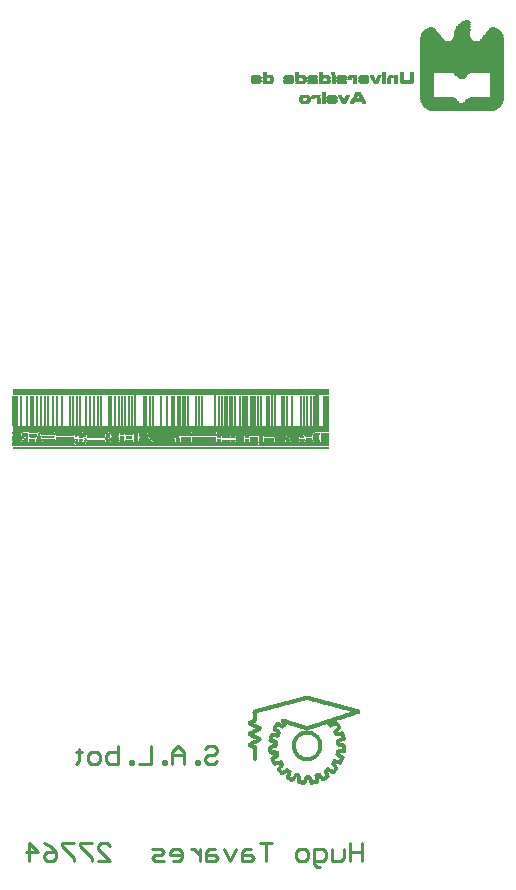
<source format=gbo>
%FSLAX23Y23*%
%MOMM*%
%SFA1B1*%

%IPPOS*%
%ADD10C,0.253999*%
%ADD34R,0.304799X0.025400*%
%ADD35R,0.431799X0.025400*%
%ADD36R,0.634999X0.025400*%
%ADD37R,0.838198X0.025400*%
%ADD38R,1.066798X0.025400*%
%ADD39R,1.168398X0.025400*%
%ADD40R,1.371597X0.025400*%
%ADD41R,1.574797X0.025400*%
%ADD42R,1.777996X0.025400*%
%ADD43R,1.930396X0.025400*%
%ADD44R,2.158996X0.025400*%
%ADD45R,2.336795X0.025400*%
%ADD46R,1.117598X0.025400*%
%ADD47R,1.193798X0.025400*%
%ADD48R,1.142998X0.025400*%
%ADD49R,1.219198X0.025400*%
%ADD50R,1.092198X0.025400*%
%ADD51R,0.990598X0.025400*%
%ADD52R,1.041398X0.025400*%
%ADD53R,0.914398X0.025400*%
%ADD54R,0.787398X0.025400*%
%ADD55R,0.863598X0.025400*%
%ADD56R,0.736599X0.025400*%
%ADD57R,0.660399X0.025400*%
%ADD58R,0.609599X0.025400*%
%ADD59R,0.761998X0.025400*%
%ADD60R,0.558799X0.025400*%
%ADD61R,0.888998X0.025400*%
%ADD62R,0.355599X0.025400*%
%ADD63R,0.939798X0.025400*%
%ADD64R,0.279399X0.025400*%
%ADD65R,0.965198X0.025400*%
%ADD66R,0.076200X0.025400*%
%ADD67R,0.203200X0.025400*%
%ADD68R,0.330199X0.025400*%
%ADD69R,0.482599X0.025400*%
%ADD70R,0.380999X0.025400*%
%ADD71R,0.685799X0.025400*%
%ADD72R,0.050800X0.025400*%
%ADD73R,0.533399X0.025400*%
%ADD74R,0.177800X0.025400*%
%ADD75R,0.812798X0.025400*%
%ADD76R,0.584199X0.025400*%
%ADD77R,0.253999X0.025400*%
%ADD78R,0.457199X0.025400*%
%ADD79R,1.015998X0.025400*%
%ADD80R,0.152400X0.025400*%
%ADD81R,1.879596X0.025400*%
%ADD82R,1.269997X0.025400*%
%ADD83R,0.406399X0.025400*%
%ADD84R,0.507999X0.025400*%
%ADD85R,1.828796X0.025400*%
%ADD86R,1.650997X0.025400*%
%ADD87R,1.523997X0.025400*%
%ADD88R,1.346197X0.025400*%
%ADD89R,0.101600X0.025400*%
%ADD90R,0.711199X0.025400*%
%ADD91R,1.422397X0.025400*%
%ADD92R,1.498597X0.025400*%
%ADD93R,1.625597X0.025400*%
%ADD94R,0.228600X0.025400*%
%ADD95R,0.127000X0.025400*%
%ADD96R,1.473197X0.025400*%
%ADD97R,1.320797X0.025400*%
%ADD98R,1.244598X0.025400*%
%ADD100R,26.796946X0.228600*%
%ADD101R,5.587989X0.025400*%
%ADD102R,15.138370X0.025400*%
%ADD103R,5.664189X0.025400*%
%ADD104R,5.511789X0.025400*%
%ADD105R,14.985970X0.025400*%
%ADD106R,5.435589X0.025400*%
%ADD107R,14.808170X0.025400*%
%ADD108R,5.562589X0.025400*%
%ADD109R,5.384789X0.025400*%
%ADD110R,14.757370X0.025400*%
%ADD111R,5.333989X0.025400*%
%ADD112R,14.681171X0.025400*%
%ADD113R,5.511789X0.050800*%
%ADD114R,5.308589X0.025400*%
%ADD115R,14.655771X0.025400*%
%ADD116R,5.257789X0.025400*%
%ADD117R,14.604971X0.025400*%
%ADD118R,5.232390X0.025400*%
%ADD119R,14.579571X0.025400*%
%ADD120R,5.486389X0.076200*%
%ADD121R,14.554171X0.025400*%
%ADD122R,5.206990X0.050800*%
%ADD123R,14.528771X0.025400*%
%ADD124R,5.943588X0.050800*%
%ADD125R,6.197588X0.025400*%
%ADD126R,6.984986X0.025400*%
%ADD127R,2.057396X0.025400*%
%ADD128R,2.463795X0.025400*%
%ADD129R,2.209796X0.025400*%
%ADD130R,1.752596X0.025400*%
%ADD131R,2.031996X0.025400*%
%ADD132R,0.660399X0.050800*%
%ADD133R,0.634999X0.050800*%
%ADD134R,0.457199X0.050800*%
%ADD135R,1.701797X0.025400*%
%ADD136R,0.533399X0.050800*%
%ADD137R,0.406399X0.050800*%
%ADD138R,1.777996X0.050800*%
%ADD139R,0.025400X0.025400*%
%ADD140R,0.482599X0.050800*%
%ADD141R,1.727197X0.050800*%
%ADD142R,0.711199X0.050800*%
%ADD143R,1.676397X0.025400*%
%ADD144R,1.600197X0.050800*%
%ADD145R,0.761998X0.050800*%
%ADD146R,0.685799X0.050800*%
%ADD147R,0.914398X0.050800*%
%ADD148R,0.431799X0.076200*%
%ADD149R,0.965198X0.050800*%
%ADD150R,1.117598X0.050800*%
%ADD151R,1.803396X0.076200*%
%ADD152R,0.736599X0.050800*%
%ADD153R,0.203200X0.050800*%
%ADD154R,0.888998X0.050800*%
%ADD155R,0.609599X0.050800*%
%ADD156R,0.507999X0.050800*%
%ADD157R,1.854196X0.025400*%
%ADD158R,0.355599X0.050800*%
%ADD159R,1.549397X0.025400*%
%ADD160R,0.431799X0.050800*%
%ADD161R,0.990598X0.076200*%
%ADD162R,0.228600X0.050800*%
%ADD163R,0.177800X0.050800*%
%ADD164R,1.523997X0.076200*%
%ADD165R,0.660399X0.076200*%
%ADD166R,1.600197X0.076200*%
%ADD167R,1.904996X0.025400*%
%ADD168R,0.380999X0.076200*%
%ADD169R,0.888998X0.127000*%
%ADD170R,0.812798X0.050800*%
%ADD171R,0.253999X0.050800*%
%ADD172R,0.380999X0.050800*%
%ADD173R,0.355599X0.101600*%
%ADD174R,0.634999X0.101600*%
%ADD175R,0.863598X0.101600*%
%ADD176R,1.574797X0.050800*%
%ADD177R,1.092198X0.076200*%
%ADD178R,1.955796X0.025400*%
%ADD179R,1.396997X0.025400*%
%ADD180R,0.279399X0.050800*%
%ADD181R,1.498597X0.101600*%
%ADD182R,0.609599X0.101600*%
%ADD183R,2.006596X0.025400*%
%ADD184R,1.092198X0.101600*%
%ADD185R,0.533399X0.101600*%
%ADD186R,0.203200X0.127000*%
%ADD187R,1.041398X0.127000*%
%ADD188R,0.406399X0.101600*%
%ADD189R,0.558799X0.127000*%
%ADD190R,2.082796X0.025400*%
%ADD191R,0.838198X0.127000*%
%ADD192R,0.355599X0.076200*%
%ADD193R,1.066798X0.050800*%
%ADD194R,0.279399X0.101600*%
%ADD195R,1.473197X0.101600*%
%ADD196R,2.108196X0.025400*%
%ADD197R,0.406399X0.228600*%
%ADD198R,0.584199X0.101600*%
%ADD199R,0.355599X0.431799*%
%ADD200R,0.431799X0.177800*%
%ADD201R,0.558799X0.050800*%
%ADD202R,2.133596X0.025400*%
%ADD203R,0.634999X0.076200*%
%ADD204R,1.295397X0.025400*%
%ADD205R,0.406399X0.076200*%
%ADD206R,0.507999X0.127000*%
%ADD207R,0.304799X0.050800*%
%ADD208R,1.092198X0.050800*%
%ADD209R,0.203200X0.101600*%
%ADD210R,0.584199X0.050800*%
%ADD211R,1.498597X0.076200*%
%ADD212R,0.330199X0.050800*%
%ADD213R,0.330199X0.076200*%
%ADD214R,1.320797X0.050800*%
%ADD215R,0.253999X0.101600*%
%ADD216R,2.235196X0.025400*%
%ADD217R,0.533399X0.076200*%
%ADD218R,0.584199X0.152400*%
%ADD219R,0.609599X0.203200*%
%ADD220R,2.260595X0.025400*%
%ADD221R,0.685799X0.076200*%
%ADD222R,1.549397X0.228600*%
%ADD223R,2.285995X0.025400*%
%ADD224R,0.939798X0.050800*%
%ADD225R,0.406399X0.304799*%
%ADD226R,2.311395X0.025400*%
%ADD227R,2.057396X0.584199*%
%ADD228R,1.142998X0.101600*%
%ADD229R,0.863598X0.634999*%
%ADD230R,0.660399X0.634999*%
%ADD231R,0.152400X0.050800*%
%ADD232R,1.574797X0.076200*%
%ADD233R,1.600197X0.025400*%
%ADD234R,0.609599X0.076200*%
%ADD235R,2.438395X0.025400*%
%ADD236R,3.225794X0.025400*%
%ADD237R,1.168398X0.050800*%
%ADD238R,0.406399X0.152400*%
%ADD239R,5.359389X0.025400*%
%ADD240R,0.558799X0.152400*%
%ADD241R,8.051784X0.050800*%
%ADD242R,0.711199X0.127000*%
%ADD243R,1.193798X0.050800*%
%ADD244R,5.333989X0.050800*%
%ADD245R,0.507999X0.177800*%
%ADD246R,8.077184X0.050800*%
%ADD247R,0.101600X0.076200*%
%ADD248R,1.650997X0.050800*%
%ADD249R,8.102584X0.025400*%
%ADD250R,0.736599X0.076200*%
%ADD251R,8.127984X0.025400*%
%ADD252R,0.711199X0.101600*%
%ADD253R,0.050800X0.050800*%
%ADD254R,1.219198X0.050800*%
%ADD255R,1.727197X0.025400*%
%ADD256R,8.153384X0.025400*%
%ADD257R,3.276593X0.025400*%
%ADD258R,1.244598X0.050800*%
%ADD259R,3.327393X0.025400*%
%ADD260R,2.031996X0.050800*%
%ADD261R,3.378193X0.025400*%
%ADD262R,4.851390X0.076200*%
%ADD263R,3.403593X0.025400*%
%ADD264R,0.711199X0.914398*%
%ADD265R,26.796946X0.558799*%
%ADD266R,0.101600X0.050800*%
%ADD267R,0.355599X2.565395*%
%ADD268R,0.203200X2.565395*%
%ADD269R,0.127000X2.565395*%
%ADD270R,0.279399X2.565395*%
%ADD271R,0.127000X2.514595*%
%ADD272R,0.380999X2.565395*%
%ADD273R,0.203200X2.514595*%
%ADD274R,0.380999X2.514595*%
%ADD275R,0.482599X2.590795*%
%ADD276R,0.127000X2.590795*%
%ADD277R,0.101600X2.590795*%
%ADD278R,0.279399X2.590795*%
%ADD279R,0.253999X2.590795*%
%ADD280R,0.203200X2.590795*%
%ADD281R,0.177800X2.590795*%
%ADD282R,0.228600X2.590795*%
%ADD283R,0.355599X2.590795*%
%ADD284R,0.380999X2.590795*%
%ADD285R,26.796946X0.507999*%
%ADD286R,5.740389X0.025400*%
%ADD287R,5.841988X0.025400*%
%ADD288R,5.943588X0.025400*%
%ADD289R,6.019788X0.025400*%
%ADD290R,6.121388X0.025400*%
%ADD291R,6.172188X0.025400*%
%ADD292R,6.248388X0.025400*%
%ADD293R,6.299187X0.025400*%
%ADD294R,6.375387X0.025400*%
%ADD295R,6.426187X0.025400*%
%ADD296R,6.476987X0.025400*%
%ADD297R,6.502387X0.025400*%
%ADD298R,6.553187X0.025400*%
%ADD299R,6.603987X0.025400*%
%ADD300R,6.654787X0.025400*%
%ADD301R,6.680187X0.025400*%
%ADD302R,6.705587X0.025400*%
%ADD303R,6.756386X0.025400*%
%ADD304R,6.781786X0.025400*%
%ADD305R,6.807186X0.025400*%
%ADD306R,6.832586X0.025400*%
%ADD307R,3.352793X0.025400*%
%ADD308R,3.200394X0.025400*%
%ADD309R,3.301993X0.025400*%
%ADD310R,3.174994X0.025400*%
%ADD311R,3.149594X0.025400*%
%ADD312R,3.124194X0.025400*%
%ADD313R,3.251193X0.025400*%
%ADD314R,3.098794X0.025400*%
%ADD315R,3.073394X0.025400*%
%ADD316R,3.047994X0.025400*%
%ADD317R,3.022594X0.025400*%
%ADD318R,2.997194X0.025400*%
%ADD319R,2.946394X0.025400*%
%ADD320R,2.920994X0.025400*%
%ADD321R,2.870194X0.025400*%
%ADD322R,2.971794X0.025400*%
%ADD323R,2.819394X0.025400*%
%ADD324R,2.717795X0.025400*%
%ADD325R,7.061186X0.025400*%
%ADD326R,2.184396X0.025400*%
%ADD327R,1.981196X0.025400*%
%ADD328R,1.803396X0.025400*%
%ADD329R,1.447797X0.025400*%
G54D10*
X1565Y1749D02*
Y3273D01*
X2326Y2511*
X1311*
X2834Y2257D02*
X3088Y2511D01*
X3850*
Y2003*
X3596Y1749*
X3088*
X2834Y2003*
Y2257*
Y3273D02*
X3342Y3019D01*
X3850Y2511*
X4358Y3019D02*
X5373Y2003D01*
Y1749*
Y3273D02*
X4358D01*
Y3019*
X5881D02*
X6897Y2003D01*
Y1749*
Y3273D02*
X5881D01*
Y3019*
X7405D02*
X7659Y3273D01*
X8166*
X8420Y3019*
X7405D02*
Y2765D01*
X8420Y1749*
X7405*
X12229D02*
X11975Y2003D01*
X12229Y2257*
X12737*
X12991Y2511*
X12737Y2765*
X11975*
X12229Y1749D02*
X12991D01*
X13499Y2257D02*
X14514D01*
Y2003D02*
Y2511D01*
X14260Y2765*
X13753*
X13499Y2511*
Y2257*
X13753Y1749D02*
X14260D01*
X14514Y2003*
X15276Y2765D02*
X15530D01*
X15784Y2511*
X16038Y2257*
Y1749*
Y2765*
X16800D02*
X16546Y2511D01*
Y1749*
X17307*
X17561Y2003*
X17307Y2257*
X16546*
X16800Y2765D02*
X17307D01*
X18069D02*
X18577Y1749D01*
X19085Y2765*
X19847D02*
X19593Y2511D01*
Y1749*
X20354*
X20608Y2003*
X20354Y2257*
X19593*
X19847Y2765D02*
X20354D01*
X21116Y3273D02*
X21624D01*
Y1749*
X22132Y3273D02*
X21116D01*
X25687Y1496D02*
Y2765D01*
X26449*
X26702Y2511*
Y2003*
X26449Y1749*
X25687*
X24925D02*
X24417D01*
X24163Y2003*
Y2511*
X24417Y2765*
X24925*
X25179Y2511*
Y2003*
X24925Y1749*
X25687Y1496D02*
X25941Y1242D01*
X26195*
X27210Y1749D02*
Y2765D01*
X28226D02*
Y2003D01*
X27972Y1749*
X27210*
X28734D02*
Y3273D01*
Y2511*
X29749*
Y1749*
Y3273*
X17499Y11269D02*
Y11015D01*
X17246Y10761*
X16738*
X16484Y10507*
Y10253*
X16738Y9999*
X17246*
X17499Y10253*
Y11269D02*
X17246Y11523D01*
X16738*
X16484Y11269*
X14199Y11523D02*
X13691Y11015D01*
Y9999*
Y10761*
X14706*
Y11015D02*
X14199Y11523D01*
X14706Y11015D02*
Y9999D01*
X15722D02*
X15976D01*
Y10253*
X15722*
Y9999*
X11913Y11523D02*
Y9999D01*
X10898*
X12929D02*
X13183D01*
Y10253*
X12929*
Y9999*
X9120Y11523D02*
Y9999D01*
X8358*
X8104Y10253*
Y10507*
Y10761*
X8358Y11015*
X9120*
X10136Y10253D02*
Y9999D01*
X10390*
Y10253*
X10136*
X7597D02*
X7343Y9999D01*
X6835*
X6581Y10253*
Y10761*
X6835Y11015*
X7343*
X7597Y10761*
Y10253*
X5819Y11269D02*
Y11015D01*
X6073*
X5565*
X5819*
Y10253*
X5565Y9999*
G54D34*
X17681Y37663D03*
X18824Y37689D03*
Y37257D03*
X20018Y37663D03*
X21212Y37689D03*
Y37282D03*
Y37003D03*
X23523Y37257D03*
X23549Y37663D03*
X24717Y37689D03*
Y37257D03*
X10620Y37282D03*
X10646Y37917D03*
X9452Y37282D03*
X8283Y37612D03*
X5947Y37663D03*
X5997Y37308D03*
X5870Y36952D03*
X1324Y37511D03*
X25101Y15678D03*
X25126Y12833D03*
X24085Y11919D03*
X24060Y11868D03*
Y11842D03*
X24034Y11817D03*
Y11792D03*
Y11766D03*
Y11741D03*
X24009Y11665D03*
Y11639D03*
Y11614D03*
X23983Y11538D03*
Y11512D03*
Y11487D03*
Y11461D03*
X24009Y11411D03*
Y11385D03*
Y11360D03*
Y11334D03*
Y11309D03*
Y11284D03*
Y11258D03*
X24034Y11207D03*
X26219D03*
Y11233D03*
Y11258D03*
X26193Y11182D03*
X26244Y11360D03*
Y11385D03*
Y11411D03*
Y11436D03*
Y11461D03*
Y11487D03*
Y11512D03*
Y11538D03*
Y11563D03*
Y11588D03*
Y11614D03*
X26219Y11665D03*
Y11690D03*
Y11715D03*
Y11741D03*
X26193Y11792D03*
Y11817D03*
Y11842D03*
X26168Y11893D03*
X26193Y11157D03*
Y11131D03*
Y11106D03*
X26168Y11080D03*
X26092Y9125D03*
X25914Y8845D03*
X25380Y8667D03*
Y8642D03*
X25406Y8617D03*
Y8591D03*
Y8566D03*
X24974D03*
Y8540D03*
X24999Y8617D03*
Y8642D03*
Y8667D03*
X24441D03*
Y8693D03*
Y8718D03*
Y8744D03*
Y8769D03*
Y8794D03*
Y8642D03*
Y8617D03*
Y8591D03*
Y8566D03*
X23856Y8515D03*
X23501Y8871D03*
X23526Y8921D03*
Y8972D03*
X23552Y8998D03*
Y9023D03*
X23577Y9099D03*
X23602Y9175D03*
X24060Y11106D03*
Y11131D03*
X24034Y11157D03*
X27692Y10826D03*
X28047Y10369D03*
Y10344D03*
X26701Y9277D03*
X26727Y9226D03*
X26752Y9175D03*
X26777Y9099D03*
Y9074D03*
X26803Y9048D03*
Y9023D03*
X27743Y11766D03*
X28200Y12173D03*
Y12198D03*
X28174Y12223D03*
Y12249D03*
Y12274D03*
Y12300D03*
X28149Y12325D03*
Y12350D03*
X23196Y13316D03*
Y13341D03*
X23120Y13697D03*
X20656D03*
Y11284D03*
X22053Y12046D03*
Y12071D03*
Y12096D03*
Y12122D03*
X22078Y12173D03*
Y12198D03*
Y12223D03*
X22485Y11665D03*
Y11639D03*
Y11614D03*
X22586Y10750D03*
Y10725D03*
X23018Y9074D03*
X33133Y67933D03*
Y67958D03*
Y67984D03*
Y68009D03*
Y68034D03*
Y68060D03*
Y68085D03*
Y68111D03*
Y68136D03*
Y68161D03*
Y68187D03*
Y68212D03*
Y68238D03*
Y68263D03*
Y68288D03*
Y68314D03*
Y68339D03*
Y68365D03*
Y68390D03*
Y68415D03*
Y68441D03*
Y68466D03*
Y68492D03*
X34022D03*
Y68466D03*
Y68441D03*
Y68415D03*
Y68390D03*
Y68365D03*
Y68339D03*
Y68314D03*
Y68288D03*
Y68263D03*
Y68238D03*
Y68212D03*
Y68187D03*
Y68161D03*
Y68136D03*
Y68111D03*
Y68085D03*
Y68060D03*
Y68034D03*
Y68009D03*
Y67984D03*
Y67958D03*
Y67933D03*
Y67907D03*
X32651Y67933D03*
Y67958D03*
X32041D03*
X31609Y68314D03*
Y68339D03*
Y68365D03*
Y68390D03*
Y68415D03*
Y68441D03*
Y68466D03*
X31254Y68212D03*
X31203Y68111D03*
X31178Y68034D03*
X31152Y68009D03*
Y67984D03*
X31127Y67933D03*
X31101Y67907D03*
Y67882D03*
X31076Y67857D03*
Y67831D03*
X30746Y67857D03*
X30720Y67882D03*
Y67907D03*
X30695Y67958D03*
X30670Y68009D03*
X30644Y68060D03*
X30593Y68187D03*
X30212Y68034D03*
X29628D03*
X29196Y67958D03*
Y67933D03*
Y67907D03*
X28714Y67933D03*
Y67958D03*
Y67984D03*
X27749Y67730D03*
X26936Y67780D03*
X27342Y68314D03*
Y68339D03*
Y68365D03*
Y68390D03*
Y68415D03*
Y68441D03*
Y68466D03*
Y68492D03*
X27901Y66510D03*
X27926Y66460D03*
X27952Y66409D03*
X27977Y66358D03*
Y66333D03*
X28003Y66307D03*
Y66282D03*
X28028Y66256D03*
Y66231D03*
X28053Y66206D03*
Y66180D03*
X28384D03*
Y66155D03*
X28409Y66206D03*
Y66231D03*
X28434Y66256D03*
X28460Y66307D03*
Y66333D03*
X28511Y66434D03*
X28536Y66485D03*
X28561Y66561D03*
X27520Y66079D03*
X26529Y66637D03*
Y66663D03*
Y66688D03*
Y66714D03*
Y66739D03*
Y66764D03*
Y66790D03*
Y66815D03*
X26098Y66307D03*
Y66282D03*
X25640Y66333D03*
X25234D03*
X25259Y66256D03*
Y66180D03*
Y66155D03*
X24599Y66129D03*
Y66307D03*
X24904Y67780D03*
Y67984D03*
X25310Y68034D03*
Y67806D03*
X25894Y68034D03*
X26301Y67984D03*
Y67958D03*
Y67933D03*
Y67907D03*
Y67882D03*
Y67857D03*
Y67831D03*
Y67806D03*
Y67577D03*
Y68212D03*
Y68238D03*
Y68263D03*
Y68288D03*
Y68314D03*
Y68339D03*
Y68365D03*
Y68390D03*
Y68415D03*
Y68441D03*
Y68466D03*
Y68492D03*
X24269Y67984D03*
Y67958D03*
Y67806D03*
X23837Y67755D03*
Y68034D03*
X23558Y68238D03*
X23253Y68034D03*
X22161Y67984D03*
Y67780D03*
X21526D03*
Y67984D03*
X21094Y68034D03*
Y67755D03*
X20510Y68034D03*
G54D35*
X11801Y37816D03*
X25949Y37943D03*
X25114Y15652D03*
Y12858D03*
X25876Y12300D03*
X25901Y12274D03*
X24352D03*
X24326Y10699D03*
X24352Y10674D03*
X24377Y10649D03*
X25901Y10674D03*
X23818Y8566D03*
X26790Y8871D03*
X28035Y10496D03*
X28187Y11411D03*
X27171Y13163D03*
X23158Y13671D03*
X22447Y12858D03*
X22472Y12833D03*
X22498Y12808D03*
X22548Y12757D03*
X22574Y12731D03*
X22599Y12706D03*
X20339Y12477D03*
X20593Y13620D03*
X20745Y14306D03*
X22269Y10395D03*
X22523Y10623D03*
X22802Y10166D03*
X22472Y9887D03*
X30911Y67628D03*
X29463Y66815D03*
X28219Y65977D03*
X25704Y67552D03*
X24688D03*
X21945D03*
G54D36*
X8830Y37562D03*
X8880Y37816D03*
X5909Y37917D03*
X24095Y37562D03*
X25213Y37739D03*
X25114Y15627D03*
X25647Y12427D03*
Y10522D03*
X26079Y8947D03*
X25190Y8769D03*
Y8744D03*
Y8718D03*
X24276Y8921D03*
X28086Y11461D03*
X27933Y11639D03*
Y11919D03*
X27959Y11944D03*
X27984Y11969D03*
X28009Y11995D03*
X20872Y11893D03*
X20821Y11868D03*
X20770Y11842D03*
X20643Y11766D03*
X20593Y11741D03*
X20491Y11690D03*
Y12350D03*
X20593Y12300D03*
X20567Y12655D03*
X20618Y12681D03*
X20669Y12706D03*
X20720Y12731D03*
X20770Y12757D03*
X20872Y12808D03*
X20923Y13036D03*
X20516Y12630D03*
X20872Y12147D03*
X29920Y68212D03*
X29463Y66612D03*
X27228Y66536D03*
X23545Y68212D03*
X20802D03*
G54D37*
X8880Y37181D03*
X5883Y37079D03*
X575Y37435D03*
X22396Y12427D03*
Y12401D03*
X22371Y12350D03*
X22294Y10928D03*
X23768Y8744D03*
X24707Y8515D03*
X25673D03*
X26562Y8794D03*
X27984Y11004D03*
X27857Y12427D03*
X25114Y15602D03*
Y12681D03*
X25289Y37181D03*
X24146Y37765D03*
X29920Y68085D03*
Y68111D03*
X35559Y72124D03*
X40919D03*
X28066Y67933D03*
X28041Y67907D03*
Y67628D03*
X27228Y66434D03*
X24917Y65952D03*
X25577Y67577D03*
Y67933D03*
X25602Y68111D03*
Y68136D03*
X23545Y68111D03*
Y68085D03*
X20802D03*
Y68111D03*
G54D38*
X10036Y37130D03*
X21113Y14484D03*
X23526Y13443D03*
X25126Y10318D03*
X27082Y9328D03*
X26600Y13417D03*
X29013Y14484D03*
X25101Y15576D03*
X38188Y68339D03*
X35546Y71997D03*
Y72022D03*
X38391Y72454D03*
X29450Y66231D03*
G54D39*
X21266Y14535D03*
X21850Y14687D03*
X22612Y14890D03*
X22688Y14916D03*
X22993Y14992D03*
X23374Y15094D03*
X23755Y15195D03*
X24136Y15297D03*
X25101Y15551D03*
X26066Y15297D03*
X26447Y15195D03*
X26523Y15170D03*
X26650Y15144D03*
X26828Y15094D03*
X26904Y15068D03*
X27031Y15043D03*
X27209Y14992D03*
X27285Y14967D03*
X27666Y14865D03*
X27793Y14840D03*
X27870Y14814D03*
X28047Y14763D03*
X28428Y14662D03*
X28809Y14560D03*
X25126Y10344D03*
X41185Y66434D03*
Y68466D03*
X38340Y72302D03*
Y72327D03*
X35546Y71946D03*
X35292Y68466D03*
Y68441D03*
Y66460D03*
Y66434D03*
X33591Y67704D03*
X29450Y66129D03*
G54D40*
X25126Y12554D03*
X25101Y15525D03*
X40931Y71819D03*
X38239Y71692D03*
Y71667D03*
Y71641D03*
Y71616D03*
Y71590D03*
Y71565D03*
X35546Y71819D03*
G54D41*
X7267Y37282D03*
X7217Y37765D03*
X4600Y37485D03*
X25101Y15500D03*
X25126Y12477D03*
X38239Y71336D03*
X35572Y71667D03*
G54D42*
X4702Y37181D03*
X7166Y37943D03*
X25076Y15475D03*
X40855Y71463D03*
X35623D03*
Y71489D03*
G54D43*
X12906Y37409D03*
X25101Y15449D03*
X40804Y71286D03*
Y71311D03*
X35673D03*
G54D44*
X12792Y37612D03*
X25114Y15424D03*
G54D45*
X12779Y37765D03*
X25101Y15398D03*
G54D46*
X18494Y37358D03*
X8639D03*
X8614Y37460D03*
X21164Y14509D03*
X25787Y15373D03*
X25990Y15322D03*
X27387Y14941D03*
X27489Y14916D03*
X27590Y14890D03*
X28149Y14738D03*
X28911Y14535D03*
X23247Y9277D03*
X33591Y67653D03*
X35546Y71971D03*
X38366Y72403D03*
X29450Y66180D03*
G54D47*
X3140Y37917D03*
X22977Y37536D03*
X23107Y15017D03*
X23260Y15068D03*
X22218Y14789D03*
X21964Y14713D03*
X21736Y14662D03*
X21634Y14636D03*
X21532Y14611D03*
X21456Y14586D03*
X23615Y13392D03*
X25088Y12985D03*
X25114Y12604D03*
X27095Y15017D03*
X28695Y14586D03*
X24403Y15373D03*
X24250Y15322D03*
X23641Y15170D03*
X23488Y15119D03*
X41173Y66409D03*
X40944Y71946D03*
X38328Y72276D03*
X33578Y67780D03*
Y67755D03*
Y67730D03*
X29463Y66104D03*
G54D48*
X23209Y9328D03*
X23234Y9302D03*
X23564Y13417D03*
X26562Y13392D03*
X26739Y15119D03*
X27959Y14789D03*
X28238Y14713D03*
X28340Y14687D03*
X28492Y14636D03*
X28619Y14611D03*
X26257Y15246D03*
X26155Y15271D03*
X25876Y15348D03*
X24326D03*
X24047Y15271D03*
X23945Y15246D03*
X23564Y15144D03*
X23183Y15043D03*
X22802Y14941D03*
X22523Y14865D03*
X22421Y14840D03*
X22142Y14763D03*
X22040Y14738D03*
X41198Y66460D03*
Y66485D03*
Y66510D03*
Y66536D03*
Y66561D03*
Y66587D03*
Y66612D03*
Y66637D03*
Y66663D03*
Y66688D03*
Y66714D03*
Y66739D03*
Y66764D03*
Y66790D03*
Y66815D03*
Y66841D03*
Y66866D03*
Y66891D03*
Y66917D03*
Y66942D03*
Y66968D03*
Y66993D03*
Y67018D03*
Y67044D03*
Y67069D03*
Y67095D03*
Y67120D03*
Y67145D03*
Y67171D03*
Y67196D03*
Y67222D03*
Y67247D03*
Y67272D03*
Y67298D03*
Y67323D03*
Y67349D03*
Y67374D03*
Y67399D03*
Y67425D03*
Y67450D03*
Y67476D03*
Y67501D03*
Y67526D03*
Y67552D03*
Y67577D03*
Y67603D03*
Y67628D03*
Y67653D03*
Y67679D03*
Y67704D03*
Y67730D03*
Y67755D03*
Y67780D03*
Y67806D03*
Y67831D03*
Y67857D03*
Y67882D03*
Y67907D03*
Y67933D03*
Y67958D03*
Y67984D03*
Y68009D03*
Y68034D03*
Y68060D03*
Y68085D03*
Y68111D03*
Y68136D03*
Y68161D03*
Y68187D03*
Y68212D03*
Y68238D03*
Y68263D03*
Y68288D03*
Y68314D03*
Y68339D03*
Y68365D03*
Y68390D03*
Y68415D03*
Y68441D03*
X40944Y71971D03*
X38353Y72352D03*
Y72378D03*
X35280Y68415D03*
Y68390D03*
Y68365D03*
Y68339D03*
Y68314D03*
Y68288D03*
Y68263D03*
Y68238D03*
Y68212D03*
Y68187D03*
Y68161D03*
Y68136D03*
Y68111D03*
Y68085D03*
Y68060D03*
Y68034D03*
Y68009D03*
Y67984D03*
Y67958D03*
Y67933D03*
Y67907D03*
Y67882D03*
Y67857D03*
Y67831D03*
Y67806D03*
Y67780D03*
Y67755D03*
Y67730D03*
Y67704D03*
Y67679D03*
Y67653D03*
Y67628D03*
Y67603D03*
Y67577D03*
Y67552D03*
Y67526D03*
Y67501D03*
Y67476D03*
Y67450D03*
Y67425D03*
Y67399D03*
Y67374D03*
Y67349D03*
Y67323D03*
Y67298D03*
Y67272D03*
Y67247D03*
Y67222D03*
Y67196D03*
Y67171D03*
Y67145D03*
Y67120D03*
Y67095D03*
Y67069D03*
Y67044D03*
Y67018D03*
Y66993D03*
Y66968D03*
Y66942D03*
Y66917D03*
Y66891D03*
Y66866D03*
Y66841D03*
Y66815D03*
Y66790D03*
Y66764D03*
Y66739D03*
Y66714D03*
Y66688D03*
Y66663D03*
Y66637D03*
Y66612D03*
Y66587D03*
Y66561D03*
Y66536D03*
Y66510D03*
Y66485D03*
X33578Y67679D03*
X38175Y68365D03*
X29463Y66155D03*
G54D49*
X3127Y37892D03*
X21367Y14560D03*
X22332Y14814D03*
X22891Y14967D03*
X23856Y15221D03*
X26346D03*
X38188Y68390D03*
X40957Y71921D03*
X38315Y72225D03*
Y72251D03*
X35546Y71921D03*
X35318Y66409D03*
X29450Y66079D03*
G54D50*
X18482Y37333D03*
X20590Y37790D03*
X22927Y37511D03*
X8652Y37333D03*
X28975Y14509D03*
X25114Y12630D03*
X27120Y9404D03*
X27095Y9379D03*
Y9353D03*
X23260Y9252D03*
X33578Y67628D03*
X40944Y71997D03*
X38379Y72429D03*
X29463Y66206D03*
G54D51*
X11370Y37358D03*
X11217Y38044D03*
X21834Y37181D03*
X22901Y37155D03*
X22876Y37765D03*
X24146Y37790D03*
X29102Y14459D03*
X28949Y14205D03*
X27781Y13824D03*
X27324Y13341D03*
X26689Y13468D03*
X24453Y13163D03*
X24149Y13265D03*
X23971Y13316D03*
X23895Y13341D03*
X22853Y13239D03*
X40944Y72048D03*
X38429Y72556D03*
X35559Y72048D03*
G54D52*
X18253Y37130D03*
X21809Y37155D03*
X24120Y37130D03*
X11395Y37308D03*
X8880Y37130D03*
X21075Y14459D03*
X23488Y13468D03*
X25114Y12960D03*
X27070Y9302D03*
X33578Y67603D03*
X40944Y72022D03*
X38404Y72479D03*
Y72505D03*
X29463Y66256D03*
G54D53*
X18266Y37155D03*
X21872Y37714D03*
X22838Y37663D03*
X11357Y37409D03*
X10036Y37155D03*
X8868D03*
X613Y37511D03*
X21012Y14433D03*
X25126Y12935D03*
X25939Y13214D03*
X25990Y13239D03*
X25126Y10293D03*
X27641Y10064D03*
X27616Y10014D03*
X27489Y13722D03*
X27235Y13646D03*
X28479Y14052D03*
X29140Y14433D03*
X22637Y10039D03*
X22663Y9988D03*
X22688Y9937D03*
X38188Y68238D03*
X40931Y72098D03*
X38467Y72606D03*
X32346Y68034D03*
X26606Y68111D03*
Y68136D03*
Y67653D03*
Y67628D03*
X24574Y67653D03*
Y67679D03*
Y67704D03*
Y68060D03*
Y68085D03*
Y68111D03*
X24929Y66409D03*
Y66383D03*
Y66028D03*
Y66002D03*
X21830Y67653D03*
Y67679D03*
Y67704D03*
Y68060D03*
Y68085D03*
Y68111D03*
G54D54*
X19345Y37155D03*
X24120Y37181D03*
X11319Y37511D03*
X11192Y37993D03*
X10049Y37968D03*
X5883Y37054D03*
X549Y37358D03*
Y37638D03*
Y37993D03*
X22447Y12503D03*
X22345Y12274D03*
X22320Y12249D03*
X22269Y11004D03*
X22320Y10852D03*
X23768Y8718D03*
X24682Y8388D03*
X25698Y8413D03*
Y8439D03*
X27959Y10953D03*
X28009Y11080D03*
X29203Y14408D03*
X29920Y67628D03*
Y68136D03*
X35585Y72149D03*
X38531Y72708D03*
X40919Y72149D03*
X28955Y68060D03*
Y68034D03*
X28041Y67603D03*
X27228Y66485D03*
X24917Y65926D03*
X25602Y68161D03*
X23545Y67628D03*
X20776D03*
X20802Y68136D03*
G54D55*
X11331Y37460D03*
X11204Y38019D03*
X10036D03*
Y37181D03*
X8868Y38019D03*
X587Y37460D03*
X20961Y14408D03*
X23780Y8769D03*
X27692Y10166D03*
Y10191D03*
X27717Y10217D03*
X27844Y12452D03*
Y12477D03*
X27819Y12503D03*
Y12528D03*
X27793Y12579D03*
X27768Y12604D03*
X29165Y14306D03*
X38188Y68212D03*
X38493Y72657D03*
X32371Y68136D03*
X29908Y67704D03*
Y67679D03*
X28053Y67653D03*
Y68060D03*
Y68085D03*
Y68111D03*
X26580Y68187D03*
X27241Y66409D03*
X27215Y66028D03*
Y66002D03*
X24929Y65977D03*
Y66460D03*
X24548Y67603D03*
Y68187D03*
X25590Y68085D03*
Y68060D03*
Y67907D03*
Y67628D03*
Y67603D03*
X23532Y67679D03*
Y67704D03*
X21805Y67603D03*
Y68187D03*
X20789Y67704D03*
Y67679D03*
G54D56*
X18253Y37714D03*
X19421Y37739D03*
X24044Y37485D03*
X24120Y37206D03*
X25162Y37790D03*
X11293Y37562D03*
X11192Y37968D03*
X11141Y37181D03*
X10049Y37943D03*
X8880D03*
Y37231D03*
X5883Y37028D03*
X20897Y14382D03*
X23310Y13570D03*
X22472Y12528D03*
X22345Y10801D03*
X23768Y8693D03*
X25698Y8363D03*
X26130Y8871D03*
X27933Y10928D03*
X28035Y11106D03*
Y11512D03*
X28009Y11538D03*
X27984Y11588D03*
X29229Y14382D03*
X33578Y67552D03*
X35585Y72175D03*
X38556Y72733D03*
X28981Y68161D03*
X28117Y67984D03*
X28041Y67577D03*
X27228Y66510D03*
X29463Y66536D03*
X25882Y66485D03*
X25602Y68187D03*
X23545Y67603D03*
X20776D03*
G54D57*
X18266Y37663D03*
X19409D03*
X24082Y37536D03*
X25200Y37765D03*
X25276Y37257D03*
X11179Y37231D03*
X11255Y37638D03*
X8817Y37536D03*
X8868Y37308D03*
X5870Y37003D03*
X1933Y37816D03*
X20504Y13265D03*
X20529Y13239D03*
X20580Y13214D03*
X20631Y13189D03*
X20681Y13163D03*
X20732Y13138D03*
X20783Y13112D03*
X20834Y13087D03*
X20885Y13062D03*
X20681Y12249D03*
X20631Y12274D03*
X20529Y12325D03*
Y11715D03*
X20681Y11792D03*
X20732Y11817D03*
X22205Y11919D03*
X22307Y11817D03*
Y11512D03*
X23069Y9226D03*
X23425Y9379D03*
X23780Y8642D03*
X24263Y8896D03*
X25660Y8312D03*
X25126Y10242D03*
X28073Y11131D03*
X29267Y14357D03*
X38188Y68060D03*
X40880Y72200D03*
X38594Y72784D03*
X35597Y72200D03*
X29908Y67577D03*
X29450Y66587D03*
X28053Y68212D03*
X25590D03*
X23532Y67577D03*
X20789D03*
G54D58*
X19459Y37435D03*
Y37511D03*
X11230Y37714D03*
X11204Y37816D03*
X1908Y37663D03*
X20834Y14357D03*
X20478Y13519D03*
X20453Y13493D03*
Y13290D03*
X20478Y12604D03*
X20453Y12579D03*
Y12376D03*
X20910Y12122D03*
Y11919D03*
X20453Y11665D03*
X20427Y11487D03*
X20453Y11461D03*
X20478Y11436D03*
X20504Y11411D03*
X20808Y12782D03*
X20910Y12833D03*
X20961Y13011D03*
X22180Y11944D03*
X22332Y11792D03*
X22155Y11334D03*
X22180Y11055D03*
X23069Y9201D03*
X24720Y8286D03*
X26066Y8972D03*
Y8998D03*
X26549Y8693D03*
X24593Y10522D03*
X26930Y9455D03*
X27260Y9277D03*
X28047Y12020D03*
X24593Y12427D03*
X30924Y67806D03*
X29450Y66663D03*
Y66637D03*
X27215Y65901D03*
G54D59*
X18240Y37206D03*
X18266Y37739D03*
X19383Y37181D03*
X24133Y37739D03*
X25276Y37206D03*
X11128Y37155D03*
X11306Y37536D03*
X8868Y37206D03*
Y37968D03*
X5896Y37866D03*
X1984Y38044D03*
X536Y37968D03*
Y37333D03*
X25126Y12909D03*
X24695Y8363D03*
X25685Y8388D03*
X26574Y8744D03*
X27997Y11563D03*
X29216Y14332D03*
X22256Y11030D03*
X22332Y10826D03*
X38188Y68136D03*
X29908Y68161D03*
X28968Y68136D03*
Y68111D03*
Y68085D03*
X28053Y68187D03*
X27977Y67831D03*
X27215Y65952D03*
X25869Y66358D03*
Y66383D03*
Y66409D03*
Y66434D03*
Y66460D03*
X24929Y66510D03*
X23558Y68161D03*
X20789D03*
G54D60*
X5870Y36977D03*
X5896Y37943D03*
X2416Y37231D03*
X1197Y37155D03*
X25276Y37358D03*
X25225Y37689D03*
X23221Y13620D03*
X22967Y13112D03*
X20402Y13443D03*
X20808Y14332D03*
X20986Y11969D03*
X20402Y11512D03*
X20529Y11385D03*
X22510Y9912D03*
X24542Y10547D03*
X25711D03*
X26066Y9023D03*
X26549Y8667D03*
X25634Y8286D03*
X25177Y8871D03*
X27844Y10649D03*
X27870Y10623D03*
X27920Y10598D03*
X27895Y11665D03*
Y11893D03*
X25101Y12884D03*
X24517Y12401D03*
X38188Y68034D03*
X38620Y72810D03*
X30924Y67755D03*
X29450Y66688D03*
X28231Y66104D03*
G54D61*
X11344Y37435D03*
X5883Y37104D03*
X600Y37485D03*
Y37587D03*
Y38044D03*
X23387Y13519D03*
X26562Y8820D03*
X27628Y10039D03*
X27654Y10090D03*
X27679Y10115D03*
Y10141D03*
X27806Y12554D03*
X29127Y14281D03*
X22599Y10115D03*
Y10090D03*
X22625Y10064D03*
X22650Y10014D03*
X24120Y37155D03*
X29920Y67831D03*
Y67857D03*
Y67882D03*
Y67907D03*
Y67933D03*
Y67958D03*
Y67984D03*
Y68060D03*
X32359D03*
Y68085D03*
Y68111D03*
X35559Y72098D03*
X38480Y72632D03*
X28041Y67704D03*
Y67679D03*
X26593Y67603D03*
Y68161D03*
X27228Y66307D03*
Y66282D03*
Y66256D03*
Y66231D03*
Y66206D03*
Y66180D03*
Y66155D03*
Y66053D03*
X24917Y66434D03*
X24561Y67628D03*
Y68136D03*
Y68161D03*
X23545Y68060D03*
Y67984D03*
Y67958D03*
Y67933D03*
Y67907D03*
Y67882D03*
Y67857D03*
Y67831D03*
X25602D03*
Y67857D03*
Y67882D03*
Y67704D03*
Y67679D03*
Y67653D03*
X21818Y67628D03*
Y68136D03*
Y68161D03*
X20802Y68060D03*
Y67984D03*
Y67958D03*
Y67933D03*
Y67907D03*
Y67882D03*
Y67857D03*
Y67831D03*
G54D62*
X8283Y37308D03*
Y37638D03*
Y37892D03*
X6175Y37790D03*
X1298Y37460D03*
X21212Y37028D03*
X24717Y37638D03*
X25987Y41194D03*
X33997Y67806D03*
X30924Y67552D03*
X29654Y67730D03*
X29171Y68009D03*
X28739D03*
X28841Y68212D03*
X28307Y67730D03*
X28231Y65901D03*
X28942D03*
Y65926D03*
X28968Y65977D03*
X28993Y66028D03*
X29146Y66307D03*
X29171Y66358D03*
X29196Y66409D03*
X29222Y66434D03*
X29247Y66485D03*
Y66510D03*
X29679Y66460D03*
X29730Y66358D03*
X29450Y66841D03*
X25564Y68238D03*
X24878Y68009D03*
X24294D03*
X24624Y66104D03*
X23278Y67730D03*
X20535D03*
X20707Y14281D03*
X22459Y13112D03*
X22434Y13087D03*
X22409Y13062D03*
Y13036D03*
X22383Y13011D03*
Y12985D03*
Y12960D03*
Y12935D03*
X22688Y12604D03*
X23018Y13062D03*
X22459Y11690D03*
X22561Y10674D03*
X22231Y10344D03*
X22993Y9887D03*
Y9861D03*
X22967Y9810D03*
X22942Y9785D03*
X22917Y9760D03*
X22891Y9734D03*
X22866Y9683D03*
X22840Y9658D03*
X22764Y9556D03*
Y9531D03*
X22739Y9506D03*
Y9455D03*
X23425Y9480D03*
X23526Y8845D03*
X24034Y8794D03*
X23831Y8540D03*
X24466D03*
X25558Y8261D03*
X25888Y8566D03*
X25990Y10776D03*
X26015Y10801D03*
X26041Y10826D03*
X26066Y10877D03*
X26092Y10928D03*
X26142Y11004D03*
X24110Y10979D03*
X24161Y10903D03*
X24187Y10852D03*
X24212Y10826D03*
X27336Y9912D03*
X27590Y9607D03*
Y9556D03*
X27565Y9506D03*
X28073Y10445D03*
X27768Y11741D03*
Y11792D03*
X28174Y12147D03*
X27514Y12681D03*
X27819Y13036D03*
Y13062D03*
X27793Y13112D03*
X27768Y13163D03*
X27743Y13189D03*
X27717Y13214D03*
X27158Y13138D03*
X26015Y12173D03*
X26041Y12122D03*
X26066Y12096D03*
X26092Y12046D03*
X24187Y12096D03*
X24161Y12071D03*
X24136Y12020D03*
X24212Y12147D03*
X24237Y12173D03*
G54D63*
X11370Y37384D03*
X21860Y37739D03*
X22850Y37206D03*
X625Y37536D03*
X22879Y13290D03*
X22675Y9963D03*
X24377Y13189D03*
X25698Y13138D03*
X25749Y13163D03*
X25850Y13189D03*
X26308Y13341D03*
X27400Y13697D03*
X27857Y13849D03*
X28238Y13976D03*
X28314Y14001D03*
X28873Y14179D03*
X29076Y14255D03*
X38175Y68263D03*
X35559Y72073D03*
X33578Y67577D03*
X38455Y72581D03*
X26618Y68085D03*
Y68060D03*
Y68034D03*
Y67755D03*
Y67730D03*
Y67704D03*
Y67679D03*
X24586Y67730D03*
Y67755D03*
Y68034D03*
X24917Y66358D03*
Y66079D03*
Y66053D03*
X21843Y67730D03*
Y67755D03*
Y68034D03*
G54D64*
X17694Y37257D03*
Y37689D03*
X20006D03*
X21225Y36977D03*
X23562Y37689D03*
X9439Y37943D03*
X8271D03*
X8296Y37257D03*
X6239Y37155D03*
X6213Y37765D03*
X5883Y37993D03*
X2403Y37638D03*
X1337Y37536D03*
X20669Y14255D03*
Y14230D03*
Y14205D03*
Y14179D03*
Y14154D03*
Y14128D03*
Y14103D03*
Y14078D03*
Y14052D03*
Y14027D03*
Y14001D03*
Y13976D03*
Y13951D03*
Y13925D03*
Y13900D03*
Y13874D03*
Y13849D03*
Y13824D03*
Y13798D03*
Y13773D03*
Y13747D03*
Y13722D03*
X22625Y13417D03*
X23031Y13036D03*
X22066Y12147D03*
X22015Y11233D03*
Y11207D03*
Y11182D03*
X20669D03*
Y11207D03*
Y11233D03*
Y11258D03*
Y11157D03*
Y11131D03*
Y11106D03*
Y11080D03*
Y11055D03*
Y11030D03*
Y11004D03*
Y10979D03*
Y10953D03*
Y10928D03*
Y10903D03*
Y10877D03*
Y10852D03*
Y10826D03*
Y10801D03*
Y10776D03*
Y10750D03*
Y10725D03*
Y10699D03*
Y10674D03*
Y10649D03*
Y10623D03*
Y10598D03*
Y10572D03*
Y10547D03*
Y10522D03*
Y10496D03*
Y10471D03*
Y10445D03*
Y10420D03*
Y10395D03*
Y10369D03*
Y10344D03*
Y10318D03*
X22015Y11080D03*
Y11106D03*
Y11131D03*
Y11157D03*
X23437Y9506D03*
X24225Y9099D03*
X25215Y8972D03*
X25927Y8820D03*
Y8794D03*
Y8769D03*
Y8744D03*
Y8718D03*
Y8693D03*
Y8667D03*
Y8642D03*
Y8617D03*
Y8591D03*
X26485Y8566D03*
X24784Y8236D03*
X26892Y9556D03*
X28263Y11182D03*
Y11207D03*
Y11233D03*
Y11258D03*
Y11284D03*
Y11309D03*
Y11334D03*
Y11360D03*
X27146Y13112D03*
X26206Y11766D03*
X26231Y11639D03*
Y11334D03*
Y11309D03*
Y11284D03*
X23996Y11588D03*
X24022Y11715D03*
X30225Y67755D03*
Y67780D03*
Y67806D03*
Y68009D03*
X29920Y68238D03*
X30708Y67933D03*
X30759Y67831D03*
X31622D03*
Y67806D03*
Y67780D03*
Y67755D03*
Y67730D03*
Y67704D03*
Y67679D03*
Y67653D03*
Y67628D03*
Y67603D03*
Y67577D03*
Y67552D03*
Y67857D03*
Y67882D03*
Y67907D03*
Y67933D03*
Y67958D03*
Y67984D03*
Y68009D03*
Y68034D03*
Y68060D03*
Y68085D03*
Y68111D03*
Y68136D03*
Y68161D03*
Y68187D03*
Y68212D03*
Y68492D03*
X32029Y67933D03*
Y67907D03*
Y67882D03*
Y67857D03*
Y67831D03*
Y67806D03*
Y67780D03*
Y67755D03*
Y67730D03*
Y67704D03*
Y67679D03*
Y67653D03*
Y67628D03*
Y67603D03*
Y67577D03*
Y67552D03*
X32664D03*
Y67577D03*
Y67603D03*
Y67628D03*
Y67653D03*
Y67679D03*
Y67704D03*
Y67730D03*
Y67755D03*
Y67780D03*
Y67806D03*
Y67831D03*
Y67857D03*
Y67882D03*
Y67907D03*
Y68161D03*
Y68187D03*
Y68212D03*
X29616Y68009D03*
Y67780D03*
Y67755D03*
X29209D03*
Y67730D03*
Y67704D03*
Y67679D03*
Y67653D03*
Y67628D03*
Y67603D03*
Y67577D03*
Y67552D03*
Y67780D03*
Y67806D03*
Y67831D03*
Y67857D03*
Y67882D03*
Y68187D03*
Y68212D03*
X28701Y67907D03*
X28346Y68009D03*
X27761Y68034D03*
X27355D03*
Y68009D03*
Y67984D03*
Y67958D03*
Y67933D03*
Y67907D03*
Y67882D03*
Y67857D03*
Y67831D03*
Y67806D03*
Y67780D03*
Y67755D03*
Y67730D03*
Y67704D03*
Y67679D03*
Y67653D03*
Y67628D03*
Y67603D03*
Y67577D03*
Y67552D03*
Y68060D03*
Y68085D03*
Y68111D03*
Y68136D03*
Y68161D03*
Y68187D03*
Y68212D03*
X26949Y67984D03*
Y67806D03*
X26923Y66358D03*
Y66333D03*
Y66104D03*
Y66079D03*
X27533Y66104D03*
Y66129D03*
Y66333D03*
Y66358D03*
X28066Y66155D03*
X26517D03*
Y66129D03*
Y66104D03*
Y66079D03*
Y66053D03*
Y66028D03*
Y66002D03*
Y65977D03*
Y65952D03*
Y65926D03*
Y65901D03*
Y66180D03*
Y66206D03*
Y66231D03*
Y66256D03*
Y66282D03*
Y66307D03*
Y66333D03*
Y66358D03*
Y66383D03*
Y66409D03*
Y66434D03*
Y66460D03*
Y66485D03*
Y66510D03*
Y66536D03*
Y66561D03*
X26110D03*
Y66536D03*
Y66256D03*
Y66231D03*
Y66206D03*
Y66180D03*
Y66155D03*
Y66129D03*
Y66104D03*
Y66079D03*
Y66053D03*
Y66028D03*
Y66002D03*
Y65977D03*
Y65952D03*
Y65926D03*
Y65901D03*
X25628Y66256D03*
Y66282D03*
Y66307D03*
X25247D03*
Y66282D03*
X25272Y66231D03*
Y66206D03*
X25247Y66129D03*
X24586Y66155D03*
Y66180D03*
Y66206D03*
Y66231D03*
Y66256D03*
Y66282D03*
X25755Y66561D03*
X25907Y67755D03*
Y67780D03*
Y67806D03*
X25298Y67780D03*
Y67755D03*
Y67552D03*
Y67984D03*
Y68009D03*
X24917Y67958D03*
Y67933D03*
Y67831D03*
Y67806D03*
X24256Y67831D03*
Y67857D03*
Y67882D03*
Y67907D03*
Y67933D03*
Y68212D03*
Y68238D03*
Y68263D03*
Y68288D03*
Y68314D03*
Y68339D03*
Y68365D03*
Y68390D03*
Y68415D03*
Y68441D03*
Y68466D03*
Y68492D03*
X23850Y68009D03*
Y67806D03*
Y67780D03*
X24256Y67577D03*
Y67552D03*
X26314D03*
X23240Y67755D03*
Y67780D03*
Y68009D03*
X22173Y67958D03*
Y67933D03*
Y67907D03*
Y67882D03*
Y67857D03*
Y67831D03*
Y67806D03*
X21513D03*
Y67831D03*
Y67857D03*
Y67882D03*
Y67907D03*
Y67933D03*
Y67958D03*
Y68212D03*
Y68238D03*
Y68263D03*
Y68288D03*
Y68314D03*
Y68339D03*
Y68365D03*
Y68390D03*
Y68415D03*
Y68441D03*
Y68466D03*
Y68492D03*
X21107Y68009D03*
Y67806D03*
Y67780D03*
X21513Y67577D03*
Y67552D03*
X20497Y67755D03*
Y67780D03*
Y68009D03*
X20802Y68238D03*
G54D65*
X18266Y37790D03*
X19409D03*
X21847Y37765D03*
Y37206D03*
X22863Y37181D03*
Y37460D03*
Y37739D03*
X25327Y37155D03*
X10036Y38044D03*
X8868D03*
X638Y37562D03*
X22866Y13265D03*
X22840Y13214D03*
X22815Y13189D03*
X22790Y13163D03*
Y13138D03*
X23450Y13493D03*
X24060Y13290D03*
X24212Y13239D03*
X24288Y13214D03*
X24517Y13138D03*
X24593Y13112D03*
X25126Y12655D03*
X25609Y13112D03*
X26066Y13265D03*
X26168Y13290D03*
X26219Y13316D03*
X26777Y13493D03*
X26828Y13519D03*
X26930Y13544D03*
X26981Y13570D03*
X27082Y13595D03*
X27158Y13620D03*
X27311Y13671D03*
X27565Y13747D03*
X27641Y13773D03*
X27692Y13798D03*
X27946Y13874D03*
X28022Y13900D03*
X28073Y13925D03*
X28149Y13951D03*
X28403Y14027D03*
X28555Y14078D03*
X28657Y14103D03*
X28708Y14128D03*
X28784Y14154D03*
X29013Y14230D03*
X38188Y68288D03*
X40931Y72073D03*
G54D66*
X17516Y37181D03*
Y37765D03*
X21047Y37181D03*
X14291Y37765D03*
X8271Y37536D03*
X8093D03*
X8271Y37993D03*
X5756Y37739D03*
X23082Y13747D03*
X23056Y12985D03*
X22879Y10242D03*
X23869Y8439D03*
X27451Y10318D03*
X27120Y13062D03*
G54D67*
X17681Y37231D03*
X21212Y37714D03*
X14125D03*
X10620Y37968D03*
Y37231D03*
X9452D03*
Y37968D03*
X8283Y37562D03*
X8309Y37231D03*
X6302D03*
X5616Y37308D03*
X5947Y37714D03*
X23094Y13722D03*
X23044Y13011D03*
X22866Y10217D03*
X26879Y9582D03*
X27133Y13087D03*
X28047Y12655D03*
X38188Y67958D03*
X40830Y72302D03*
X32244Y68238D03*
G54D68*
X17694Y37282D03*
X18837D03*
Y37663D03*
X21199D03*
Y37308D03*
X23536Y37282D03*
X24705D03*
Y37663D03*
X23079Y41194D03*
X20437D03*
X18659D03*
X14138Y37155D03*
X10633Y37308D03*
X9439D03*
Y37866D03*
X8271Y37917D03*
X8296Y37282D03*
X5934Y37638D03*
X1845Y41194D03*
X1311Y37638D03*
Y37485D03*
X20643Y13671D03*
X22625Y13392D03*
X22701Y12579D03*
Y12554D03*
X22040Y11258D03*
X22574Y10699D03*
X22218Y10318D03*
Y10293D03*
X22244Y10268D03*
Y10242D03*
X22269Y10217D03*
Y10191D03*
X22294Y10166D03*
Y10141D03*
X22447Y9861D03*
X23006Y9912D03*
X22828Y10191D03*
X22726Y9480D03*
X23615Y9226D03*
Y9201D03*
X23590Y9150D03*
Y9125D03*
X23564Y9074D03*
Y9048D03*
X23539Y8947D03*
X23514Y8896D03*
X24428Y8820D03*
X24987Y8591D03*
X25419Y8540D03*
X26511Y8591D03*
X26054Y10852D03*
X26079Y10903D03*
X26104Y10953D03*
X26130Y10979D03*
X26155Y11030D03*
Y11055D03*
X24072D03*
Y11080D03*
X24098Y11030D03*
Y11004D03*
X24123Y10953D03*
X24149Y10928D03*
X24174Y10877D03*
X24225Y10801D03*
X27705D03*
X28086Y10420D03*
X28060Y10395D03*
X28035Y10318D03*
X28009Y10293D03*
Y10268D03*
Y10242D03*
X27857Y9963D03*
X27324D03*
Y9988D03*
Y9937D03*
X27603Y9582D03*
X27578Y9531D03*
X27298Y9175D03*
X26765Y9150D03*
Y9125D03*
X26739Y9201D03*
X26714Y9252D03*
X26816Y8998D03*
Y8972D03*
X26841Y8947D03*
Y8921D03*
X28238Y11385D03*
X27501Y12630D03*
Y12655D03*
X27806Y13087D03*
X27781Y13138D03*
X27552Y13493D03*
X26079Y12071D03*
X26104Y12020D03*
X26130Y11995D03*
Y11969D03*
X26155Y11944D03*
Y11919D03*
X26181Y11868D03*
X24072Y11893D03*
X24098Y11944D03*
Y11969D03*
X24123Y11995D03*
X24149Y12046D03*
X24199Y12122D03*
X24022Y11690D03*
X23996Y11563D03*
Y11436D03*
X24022Y11233D03*
X24047Y11182D03*
X33146Y67831D03*
Y67857D03*
Y67882D03*
Y67907D03*
X34010Y67882D03*
Y67857D03*
Y67831D03*
X32638Y67984D03*
X32054D03*
X31140Y67958D03*
X31190Y68060D03*
Y68085D03*
X31216Y68136D03*
X31241Y68161D03*
Y68187D03*
X30606Y68161D03*
Y68136D03*
X30632Y68111D03*
Y68085D03*
X30657Y68034D03*
X30682Y67984D03*
X30581Y68212D03*
X29184Y67984D03*
X28549Y66536D03*
Y66510D03*
X28523Y66460D03*
X28498Y66409D03*
Y66383D03*
X28473Y66358D03*
X28447Y66282D03*
X27965Y66383D03*
X27939Y66434D03*
X27914Y66485D03*
X27888Y66536D03*
Y66561D03*
X26923Y68009D03*
X26314Y67780D03*
X25882Y67730D03*
X25323D03*
X24282Y67780D03*
X24612Y66333D03*
X25221Y66104D03*
X26085Y66333D03*
X22148Y68009D03*
X21538D03*
G54D69*
X1235Y37257D03*
Y37714D03*
X2403Y37358D03*
X25924Y37282D03*
Y37917D03*
X23183Y13646D03*
X20567Y13595D03*
X20364Y13417D03*
Y13366D03*
Y12503D03*
Y12452D03*
Y11588D03*
Y11563D03*
X22396D03*
Y11741D03*
X22498Y10598D03*
X22472Y10572D03*
X22371Y10496D03*
X22345Y10471D03*
X22320Y10445D03*
X24403Y10623D03*
X24453Y10598D03*
X25800D03*
X26536Y8642D03*
X26765Y8845D03*
X27273Y9226D03*
X27552Y10242D03*
X27806Y9988D03*
X28009Y10522D03*
X28162Y11157D03*
X27857Y11690D03*
X27832Y11842D03*
X28136Y12096D03*
X24428Y12350D03*
X30911Y67679D03*
X32232Y68187D03*
X29463Y66764D03*
X28219Y66028D03*
X27228Y66561D03*
X24688Y68212D03*
X21945D03*
X40868Y72251D03*
G54D70*
X17669Y37587D03*
X18837Y37308D03*
X23536D03*
X24705D03*
Y37612D03*
X10633Y37765D03*
X10608Y37435D03*
X9465D03*
X8271Y37663D03*
X1794Y37155D03*
X20618Y13646D03*
Y11309D03*
X22066Y11284D03*
X22447Y11588D03*
X22675Y12630D03*
X22396Y12909D03*
X22980Y9836D03*
X22879Y9709D03*
X22828Y9633D03*
X22802Y9607D03*
X22777Y9582D03*
X22752Y9429D03*
X22777Y9404D03*
X23031Y9099D03*
X24047Y8820D03*
X24250Y10776D03*
X24276Y10750D03*
X25977D03*
X25952Y10725D03*
X26308Y8845D03*
X26816Y8896D03*
X26892Y9531D03*
X27552Y9480D03*
X27527Y9455D03*
X27501Y9429D03*
Y9709D03*
X27476Y9734D03*
X27527Y9683D03*
X27552Y9658D03*
X27578Y9633D03*
X27400Y9836D03*
X27374Y9861D03*
X27349Y9887D03*
X27730Y10776D03*
X27527Y12706D03*
X27806Y13011D03*
X27527Y13468D03*
X25952Y12223D03*
X25977Y12198D03*
X26028Y12147D03*
X24276Y12223D03*
X33172Y67806D03*
X35635Y72276D03*
X32613Y68009D03*
X32079D03*
X30911Y67577D03*
X30174Y67730D03*
X29920Y66028D03*
Y66002D03*
X29946Y65977D03*
Y65952D03*
X29971Y65926D03*
Y65901D03*
X29768Y66307D03*
X29743Y66333D03*
X29717Y66383D03*
X29692Y66409D03*
Y66434D03*
X29666Y66485D03*
X29641Y66510D03*
X29235Y66460D03*
X29184Y66383D03*
X29158Y66333D03*
X28981Y66002D03*
X28955Y65952D03*
X27482Y66383D03*
X26974D03*
X28066Y68238D03*
X26339Y68009D03*
X25755Y66536D03*
X23799Y67730D03*
X21056D03*
X40842Y72276D03*
G54D71*
X18253Y37257D03*
Y37689D03*
X25289Y37231D03*
X11166Y37206D03*
X11268Y37612D03*
X11192Y37917D03*
X10049Y37892D03*
X8880Y37282D03*
X498Y37206D03*
X20720Y12223D03*
X20770Y12198D03*
X20821Y12173D03*
X22244Y11893D03*
Y11436D03*
X22193Y11360D03*
X23285Y13595D03*
X22371Y10776D03*
X23768Y8667D03*
X24250Y8871D03*
X24707Y8312D03*
X25190Y8693D03*
X26104Y8921D03*
X26562Y8718D03*
X26943Y9429D03*
X27908Y10903D03*
X28060Y11487D03*
X29920Y68187D03*
X24917Y66536D03*
Y65901D03*
G54D72*
X14303Y37739D03*
X20171D03*
X5667Y37231D03*
X27590Y13570D03*
X26879Y9633D03*
G54D73*
X23056Y9175D03*
X24276Y8998D03*
X24707Y8261D03*
X24504Y10572D03*
X25749D03*
X27959D03*
X27984Y10547D03*
X27273Y9252D03*
X26917Y9480D03*
X28111Y12071D03*
X27501Y13417D03*
X25774Y12376D03*
X24479D03*
X22371Y11766D03*
X22142Y11969D03*
X22117Y11309D03*
X20974Y12071D03*
X20999Y12909D03*
Y12985D03*
X20389Y13341D03*
X20542Y13570D03*
X20389Y12528D03*
Y12427D03*
Y11614D03*
Y11538D03*
X25898Y37841D03*
X30911Y67730D03*
X32232Y68161D03*
X29463Y66714D03*
X28219Y66079D03*
X26745Y67577D03*
X24688D03*
X21945D03*
G54D74*
X8144Y37485D03*
X6315Y37257D03*
X5883Y37155D03*
X5629Y37282D03*
X5553Y37765D03*
X2251Y41194D03*
X21225Y36952D03*
X23409Y41194D03*
X22368D03*
X22139D03*
X28854Y68238D03*
X27578Y13544D03*
X27882Y9937D03*
X27324Y9125D03*
X23869Y8464D03*
X23437Y9531D03*
X20669Y10268D03*
G54D75*
X18240Y37181D03*
X18266Y37765D03*
X19409D03*
X11331Y37485D03*
X10036Y37206D03*
Y37993D03*
X8868D03*
X8766Y37485D03*
X562Y37612D03*
Y38019D03*
X23348Y13544D03*
X22434Y12477D03*
X22409Y12452D03*
X22383Y12376D03*
X22358Y12325D03*
Y12300D03*
X22282Y10979D03*
Y10953D03*
X22307Y10903D03*
Y10877D03*
X25126Y10268D03*
X24695Y8490D03*
Y8464D03*
Y8439D03*
Y8413D03*
X25685Y8464D03*
Y8490D03*
X26574Y8769D03*
X27971Y10979D03*
X27997Y11030D03*
Y11055D03*
X27895Y12376D03*
X27870Y12401D03*
X38188Y68161D03*
Y68187D03*
X38518Y72683D03*
X29908Y67653D03*
X28003Y67857D03*
X28028Y67882D03*
X28079Y67958D03*
X28053Y68136D03*
Y68161D03*
X27241Y66460D03*
X27215Y65977D03*
X24929Y66485D03*
X25564Y67958D03*
X23558Y68136D03*
X23532Y67653D03*
X20789D03*
G54D76*
X10049Y37485D03*
Y37714D03*
X2403Y37206D03*
X1895Y37689D03*
X25213Y37714D03*
X25263Y37333D03*
X22701Y13316D03*
X22345Y11538D03*
X20948Y11944D03*
Y12096D03*
Y12858D03*
X20974Y12884D03*
X20415Y12554D03*
Y12401D03*
Y11639D03*
Y13316D03*
X20440Y13468D03*
X20491Y13544D03*
X23437Y9404D03*
X23793Y8617D03*
X24276Y8947D03*
Y8972D03*
X25190Y8845D03*
Y8820D03*
Y8794D03*
X27832Y10877D03*
X28086Y12046D03*
X27476Y13392D03*
X27197Y13214D03*
X25723Y12401D03*
X30911Y67780D03*
X35610Y72225D03*
X40868D03*
X28041Y67552D03*
X28219Y66129D03*
G54D77*
X18824Y37231D03*
X21212Y37257D03*
X23523Y37231D03*
X23549Y37714D03*
X10620Y37943D03*
Y37257D03*
X9452D03*
X8283Y37587D03*
X6709Y41194D03*
X6251Y37714D03*
X6226Y37739D03*
X5947Y37689D03*
X5997Y37282D03*
X2416Y37663D03*
X27565Y13519D03*
X27489Y10293D03*
X27311Y9150D03*
X25533Y8236D03*
X23856Y8490D03*
X23018Y9048D03*
X26910Y66129D03*
X26961Y67831D03*
Y67857D03*
Y67882D03*
Y67907D03*
Y67933D03*
Y67958D03*
X27749Y68009D03*
X27723Y67780D03*
Y67755D03*
X28358D03*
Y67780D03*
Y68034D03*
X25894Y68009D03*
X24929Y67907D03*
Y67882D03*
Y67857D03*
X24701Y68238D03*
X26529Y66841D03*
X38696Y72886D03*
G54D78*
X5896Y37968D03*
X1248Y37689D03*
X20351Y13392D03*
X21037Y12935D03*
Y12020D03*
X22104Y11995D03*
X22993Y13087D03*
X20580Y11334D03*
X22282Y10420D03*
X23044Y9150D03*
X23577Y8794D03*
X24288Y9048D03*
X25177Y8921D03*
X26066Y9074D03*
X25863Y8540D03*
Y10649D03*
X25838Y10623D03*
X25101Y10217D03*
X26904Y9506D03*
X27768Y10725D03*
X27743Y12350D03*
X27514Y13443D03*
X25838Y12325D03*
X25126Y12731D03*
X24390Y12325D03*
X24364Y12300D03*
X30924Y67653D03*
X29450Y66790D03*
X28231Y66002D03*
G54D79*
X11382Y37333D03*
X22888Y37485D03*
X3229Y37384D03*
X26625Y13443D03*
X27336Y13316D03*
Y13290D03*
X27362Y13265D03*
X27387Y13239D03*
X38188Y68314D03*
X38417Y72530D03*
X29450Y66282D03*
G54D80*
X18824Y37206D03*
Y37739D03*
X21212D03*
Y37231D03*
X21085Y37155D03*
X23549Y37206D03*
Y37739D03*
X24717D03*
X8283Y37206D03*
X22612Y13443D03*
X23018Y9023D03*
X24212Y9125D03*
X26473Y8515D03*
X26879Y9607D03*
G54D81*
X12932Y37358D03*
X7166Y37993D03*
X26854Y13366D03*
X40830Y71362D03*
X35648D03*
Y71387D03*
G54D82*
X3102Y38044D03*
X23015Y37562D03*
X23679Y13366D03*
X25126Y12579D03*
X29450Y66053D03*
X35546Y71895D03*
X38290Y72124D03*
Y72149D03*
G54D83*
X18850Y37587D03*
X21212Y37054D03*
X25962Y37257D03*
Y37968D03*
X11789Y37841D03*
X5667Y37790D03*
X1273Y37663D03*
Y37384D03*
Y37968D03*
X22663Y13366D03*
X22536Y12782D03*
X22612Y12681D03*
X22637Y12655D03*
X22409Y12884D03*
X22104Y12020D03*
X22434Y11715D03*
X22536Y10649D03*
X22256Y10369D03*
X22790Y9379D03*
X22815Y9353D03*
X23044Y9125D03*
X23425Y9455D03*
X23552Y8820D03*
X24263Y9074D03*
X25177Y8947D03*
X26066Y9099D03*
X26523Y8617D03*
X25914Y10699D03*
X24288Y10725D03*
X27743Y10750D03*
Y10852D03*
X28047Y10471D03*
X27539Y10268D03*
X27412Y9810D03*
X27438Y9785D03*
X27463Y9760D03*
X27285Y9201D03*
X27793Y11715D03*
Y11817D03*
X28174Y12122D03*
X27971Y12630D03*
X27793Y12985D03*
X27768Y12960D03*
X27743Y12935D03*
X27717Y12909D03*
X27692Y12884D03*
X27666Y12858D03*
X27641Y12833D03*
X27616Y12808D03*
X27590Y12782D03*
X27565Y12757D03*
X27539Y12731D03*
X25939Y12249D03*
X24314D03*
X24263Y12198D03*
X38188Y67984D03*
X38671Y72860D03*
X32244Y68212D03*
X30924Y67603D03*
X28841Y68187D03*
X27799Y67806D03*
X26733Y67552D03*
X28231Y65952D03*
Y65926D03*
X25691Y67984D03*
G54D84*
X1222Y37231D03*
X21012Y12960D03*
Y12046D03*
Y11995D03*
X20554Y11360D03*
X22688Y13341D03*
X22434Y10547D03*
X22409Y10522D03*
X22764Y10141D03*
X23425Y9429D03*
X23806Y8591D03*
X24288Y9023D03*
X25177Y8896D03*
X26066Y9048D03*
X27793Y10699D03*
X27819Y10674D03*
X28149Y11436D03*
X27844Y11868D03*
X27184Y13189D03*
X25812Y12350D03*
X38188Y68009D03*
X35623Y72251D03*
X38645Y72835D03*
X30924Y67704D03*
X29908Y67552D03*
X29450Y66739D03*
X28231Y66053D03*
X26733Y68212D03*
X24929Y66561D03*
X23532Y67552D03*
X20789D03*
G54D85*
X12957Y37308D03*
X7344Y37130D03*
X7166Y37968D03*
X4727Y38019D03*
Y37155D03*
X25101Y13087D03*
X40855Y71413D03*
Y71438D03*
X38239Y71209D03*
G54D86*
X7280Y37206D03*
X7179Y37841D03*
X4639Y37282D03*
X25114Y13062D03*
X40893Y71590D03*
X35585D03*
G54D87*
X25126Y10471D03*
Y13036D03*
X24158Y37384D03*
X38188Y68466D03*
X38239Y71362D03*
X35572Y71692D03*
G54D88*
X25114Y13011D03*
X40944Y71844D03*
X38252D03*
Y71819D03*
Y71794D03*
Y71768D03*
Y71743D03*
Y71717D03*
Y71870D03*
Y71895D03*
G54D89*
X17681Y37206D03*
X17326Y38654D03*
X20145Y37765D03*
X21034D03*
X24590Y41194D03*
X25454D03*
X17656D03*
X17326D03*
X14354D03*
X14125Y37739D03*
X12754Y41194D03*
X12119D03*
X11306D03*
X10569D03*
X10620Y37993D03*
Y37206D03*
X11789Y37993D03*
X8487Y41194D03*
X7674D03*
X9452Y37993D03*
Y37206D03*
X5921Y41194D03*
X4372D03*
X5769Y37765D03*
X5870Y37206D03*
X2594Y41194D03*
X28130Y67806D03*
X25101Y12808D03*
G54D90*
X18240Y37231D03*
X19409Y37206D03*
X24057Y37511D03*
X24133Y37714D03*
X11281Y37587D03*
X11204Y37943D03*
X10036Y37917D03*
Y37282D03*
X8868Y37257D03*
X8791Y37511D03*
X5896Y37892D03*
X22256Y11868D03*
X22282Y11842D03*
Y11487D03*
X22256Y11461D03*
X22231Y11411D03*
X22205Y11385D03*
X23425Y9353D03*
X24237Y8845D03*
X24695Y8337D03*
X25685D03*
X26117Y8896D03*
X27971Y11614D03*
X25126Y12706D03*
X38188Y68085D03*
Y68111D03*
X40906Y72175D03*
X38569Y72759D03*
X29908Y67603D03*
X29450Y66561D03*
X27215Y65926D03*
X25894Y66510D03*
X23558Y68187D03*
X20789D03*
G54D91*
X25126Y10420D03*
Y12528D03*
X38188Y68441D03*
X40931Y71768D03*
X38239Y71489D03*
Y71463D03*
G54D92*
X25114Y12503D03*
X40919Y71717D03*
X38252Y71387D03*
X35559Y71717D03*
G54D93*
X4626Y37308D03*
Y37866D03*
X7191Y37816D03*
X25126Y12452D03*
Y10496D03*
X40906Y71616D03*
X38239Y71286D03*
X35597Y71616D03*
G54D94*
X17694Y37714D03*
X18837D03*
X20006D03*
X24705D03*
Y37231D03*
X11801Y37968D03*
X8271D03*
X6264Y37689D03*
X6340Y37511D03*
X6290Y37206D03*
X6264Y37181D03*
X6010Y37257D03*
X5528Y37689D03*
X2403D03*
X1362Y37562D03*
X27654Y12325D03*
X26104Y9150D03*
X26485Y8540D03*
X22421Y9836D03*
X20669Y10293D03*
X26745Y68238D03*
X35661Y72302D03*
X21945Y68238D03*
G54D95*
X17542Y37155D03*
Y37790D03*
X17694Y37739D03*
X17339Y38628D03*
X20006Y37739D03*
X24705Y37206D03*
X8118Y37511D03*
X6010Y37231D03*
X5883Y37181D03*
X5655Y37257D03*
X5934Y37739D03*
X2429Y37816D03*
X2403Y37841D03*
X22599Y12223D03*
X22421Y9810D03*
X20669Y10242D03*
X23437Y9556D03*
X26130Y9175D03*
X27324Y9099D03*
G54D96*
X25126Y10445D03*
X24184Y37409D03*
X40931Y71743D03*
X38239Y71413D03*
G54D97*
X25126Y10395D03*
X24260Y37460D03*
X38188Y68415D03*
X38264Y71921D03*
Y71946D03*
Y71971D03*
Y71997D03*
X35546Y71844D03*
G54D98*
X25114Y10369D03*
X40944Y71895D03*
X38302Y72175D03*
Y72200D03*
G54D100*
X13554Y36749D03*
G54D101*
X2949Y36876D03*
X24158Y36901D03*
X38239Y65317D03*
G54D102*
X13567Y36876D03*
G54D103*
X24120Y36876D03*
G54D104*
X2911Y36901D03*
G54D105*
X13592Y36901D03*
G54D106*
X2873Y36927D03*
G54D107*
X13605Y36927D03*
G54D108*
X24171Y36927D03*
G54D109*
X14710Y37968D03*
X2848Y36952D03*
X38239Y65291D03*
G54D110*
X13605Y36952D03*
G54D111*
X14735Y37917D03*
X2822Y36977D03*
G54D112*
X13617Y36977D03*
G54D113*
X24197Y36965D03*
G54D114*
X2810Y37003D03*
G54D115*
X13630Y37003D03*
G54D116*
X2784Y37028D03*
G54D117*
X13656Y37028D03*
G54D118*
X2772Y37054D03*
G54D119*
X13668Y37054D03*
G54D120*
X24209Y37028D03*
G54D121*
X13656Y37079D03*
G54D122*
X2759Y37092D03*
G54D123*
X13668Y37104D03*
G54D124*
X23981Y37092D03*
G54D125*
X3254Y37130D03*
G54D126*
X14164Y37130D03*
G54D127*
X19904Y37130D03*
X16373Y38044D03*
X12843Y37511D03*
G54D128*
X22241Y37130D03*
G54D129*
X12792Y37638D03*
X25848Y37130D03*
X40665Y71133D03*
X35813D03*
G54D130*
X12995Y37155D03*
X7306D03*
X7179Y37917D03*
X4689Y37993D03*
X38252Y71235D03*
X40868Y71489D03*
X35610Y71514D03*
G54D131*
X16386Y37155D03*
Y37765D03*
X12855Y37485D03*
X40753Y71209D03*
X35724D03*
G54D132*
X19434Y37295D03*
Y37625D03*
X24108Y37600D03*
Y37295D03*
X10036Y37854D03*
X8868D03*
X486Y37168D03*
G54D133*
X18253Y37295D03*
X19447Y37473D03*
X11243Y37676D03*
X2403Y37168D03*
X1921Y37777D03*
G54D134*
X1248Y37295D03*
X1832Y37320D03*
X2416Y37396D03*
X3051Y37168D03*
G54D135*
X7306Y37181D03*
X7179Y37892D03*
X4664Y37943D03*
X35610Y71540D03*
X40893Y71565D03*
G54D136*
X1210Y37193D03*
X2403Y37269D03*
X25898Y37371D03*
G54D137*
X1806Y37193D03*
G54D138*
X12982Y37193D03*
G54D139*
X17516Y37206D03*
Y37739D03*
X21022D03*
X21047Y37206D03*
X8093Y37562D03*
G54D140*
X1235Y37930D03*
X1845Y37371D03*
X3038Y37219D03*
G54D141*
X4677Y37219D03*
G54D142*
X511Y37244D03*
G54D143*
X4651Y37257D03*
X7191Y37866D03*
X38239Y71260D03*
X35597Y71565D03*
G54D144*
X7280Y37244D03*
X4613Y37828D03*
G54D145*
X10036Y37244D03*
X536Y37676D03*
G54D146*
X19421Y37244D03*
Y37701D03*
X24120Y37244D03*
X8880Y37904D03*
X1946Y37854D03*
G54D147*
X21872Y37244D03*
X22838D03*
Y37422D03*
G54D148*
X1819Y37257D03*
G54D149*
X3254Y37269D03*
G54D150*
X11408Y37269D03*
X3178Y37650D03*
G54D151*
X12970Y37257D03*
G54D152*
X1972Y38006D03*
X524Y37727D03*
Y37295D03*
G54D153*
X5540Y37727D03*
X6328Y37295D03*
X2416Y37727D03*
G54D154*
X21885Y37295D03*
Y37676D03*
G54D155*
X1908Y37727D03*
X25276Y37295D03*
G54D156*
X1857Y37422D03*
X2416Y37320D03*
X25911D03*
Y37879D03*
G54D157*
X12944Y37333D03*
X40842Y71387D03*
X35635Y71413D03*
G54D158*
X17681Y37320D03*
Y37625D03*
X25987Y38641D03*
X5947Y37600D03*
X5997Y37346D03*
G54D159*
X4588Y37460D03*
X7204Y37739D03*
X24120Y37333D03*
X24146Y37358D03*
X40919Y71667D03*
Y71692D03*
G54D160*
X18837Y37549D03*
X1260Y37346D03*
G54D161*
X3242Y37333D03*
G54D162*
X5604Y37346D03*
X6290Y37650D03*
G54D163*
X6340Y37346D03*
X22139Y38641D03*
X22368D03*
G54D164*
X7267Y37333D03*
X7217Y37689D03*
G54D165*
X11204Y37866D03*
X10036Y37333D03*
G54D166*
X4613Y37358D03*
G54D167*
X12919Y37384D03*
X4766Y38044D03*
X38252Y71184D03*
X40817Y71336D03*
X35661D03*
G54D168*
X21199Y37358D03*
Y37612D03*
G54D169*
X22825Y37333D03*
G54D170*
X5896Y37828D03*
X562Y37396D03*
G54D171*
X5591Y37396D03*
G54D172*
X18837Y37625D03*
X11801Y37879D03*
X8271Y37854D03*
X5959Y37549D03*
X5985Y37396D03*
X1286Y37422D03*
G54D173*
X10620Y37371D03*
X9452D03*
Y37803D03*
G54D174*
X19447Y37371D03*
G54D175*
X21898Y37371D03*
Y37600D03*
G54D176*
X4600Y37422D03*
G54D177*
X8626Y37409D03*
G54D178*
X12894Y37435D03*
X40792Y71260D03*
X35686Y71286D03*
G54D179*
X24222Y37435D03*
X40944Y71794D03*
X38252Y71540D03*
Y71514D03*
X35559Y71794D03*
G54D180*
X14138Y37676D03*
X5578Y37447D03*
G54D181*
X7255Y37422D03*
G54D182*
X8842Y37625D03*
X10036Y37777D03*
Y37422D03*
G54D183*
X12868Y37460D03*
X7153Y38019D03*
X38252Y71159D03*
X40766Y71235D03*
X35712D03*
G54D184*
X18507Y37422D03*
G54D185*
X1870Y37498D03*
X25263Y37422D03*
G54D186*
X6353Y37435D03*
G54D187*
X3216Y37460D03*
G54D188*
X5972Y37473D03*
G54D189*
X25886Y37460D03*
G54D190*
X12830Y37536D03*
X40728Y71184D03*
X35750D03*
G54D191*
X21911Y37485D03*
G54D192*
X10620Y37816D03*
X2416Y37536D03*
G54D193*
X3203Y37549D03*
G54D194*
X5553Y37523D03*
G54D195*
X7242Y37523D03*
G54D196*
X12817Y37562D03*
X7128Y38044D03*
G54D197*
X17681Y37460D03*
G54D198*
X18253Y37523D03*
G54D199*
X20018Y37358D03*
X14151Y37384D03*
G54D200*
X21199Y37485D03*
G54D201*
X1883Y37574D03*
G54D202*
X12805Y37587D03*
X22380Y37790D03*
X40703Y71159D03*
X35775D03*
G54D203*
X18253Y37612D03*
X19447Y37562D03*
X11217Y37765D03*
G54D204*
X23028Y37587D03*
X40944Y71870D03*
X38277Y72022D03*
Y72048D03*
Y72073D03*
Y72098D03*
X35534Y71870D03*
G54D205*
X24717Y37562D03*
G54D206*
X25251Y37536D03*
G54D207*
X9452Y37904D03*
X2416Y37600D03*
G54D208*
X3191Y37600D03*
G54D209*
X6328Y37574D03*
G54D210*
X8855Y37701D03*
X1895Y37625D03*
G54D211*
X7229Y37612D03*
G54D212*
X14138Y37625D03*
X11801Y37930D03*
X10633Y37879D03*
G54D213*
X20006Y37612D03*
G54D214*
X23041Y37625D03*
G54D215*
X5540Y37625D03*
G54D216*
X12779Y37663D03*
G54D217*
X25238Y37638D03*
G54D218*
X25873Y37600D03*
G54D219*
X10036Y37600D03*
G54D220*
X12767Y37689D03*
G54D221*
X24120Y37663D03*
G54D222*
X4588Y37612D03*
G54D223*
X12779Y37714D03*
G54D224*
X22850Y37701D03*
G54D225*
X10620Y37600D03*
X9452D03*
G54D226*
X12767Y37739D03*
G54D227*
X16373Y37460D03*
G54D228*
X3165Y37727D03*
G54D229*
X14837Y37460D03*
G54D230*
X20602Y37460D03*
G54D231*
X2416Y37777D03*
G54D232*
X4600Y37765D03*
G54D233*
X7204Y37790D03*
X38252Y71311D03*
X40919Y71641D03*
X35585D03*
G54D234*
X8868Y37765D03*
G54D235*
X12805Y37790D03*
G54D236*
X15789Y37790D03*
X40131Y66104D03*
X36423Y65901D03*
G54D237*
X3153Y37803D03*
G54D238*
X8283Y37752D03*
G54D239*
X14722Y37816D03*
Y37892D03*
Y37943D03*
G54D240*
X25886Y37752D03*
G54D241*
X21504Y37828D03*
G54D242*
X511Y37816D03*
G54D243*
X3140Y37854D03*
G54D244*
X14735Y37854D03*
G54D245*
X1222Y37816D03*
G54D246*
X21517Y37879D03*
G54D247*
X2416Y37892D03*
G54D248*
X4639Y37904D03*
G54D249*
X21530Y37917D03*
G54D250*
X524Y37917D03*
G54D251*
X21542Y37943D03*
G54D252*
X1959Y37930D03*
G54D253*
X2416Y37955D03*
G54D254*
X3127Y37955D03*
G54D255*
X4677Y37968D03*
X40880Y71514D03*
Y71540D03*
G54D256*
X21555Y37968D03*
G54D257*
X13630Y37993D03*
X24019D03*
X36448Y65875D03*
X40080Y65977D03*
Y66002D03*
X40106Y66028D03*
G54D258*
X3115Y38006D03*
G54D259*
X13605Y38019D03*
X24044D03*
G54D260*
X16386Y38006D03*
G54D261*
X13579Y38044D03*
G54D262*
X19904Y38019D03*
G54D263*
X24082Y38044D03*
X39966Y65875D03*
G54D264*
X26597Y37600D03*
G54D265*
X13554Y38336D03*
G54D266*
X10569Y38641D03*
G54D267*
X18672Y39898D03*
X23092D03*
X1857D03*
G54D268*
X2238Y39898D03*
X23396D03*
G54D269*
X17669Y39898D03*
X14367D03*
X12741D03*
X12106D03*
X11319D03*
X8474D03*
X7687D03*
X5909D03*
X4385D03*
X2607D03*
X24578D03*
X25467D03*
G54D270*
X6696Y39898D03*
G54D271*
X17339Y39924D03*
X10582D03*
G54D272*
X20437Y39898D03*
G54D273*
X22126Y39924D03*
X22380D03*
G54D274*
X25975Y39924D03*
G54D275*
X397Y39911D03*
X26711D03*
G54D276*
X19675Y39911D03*
X20717D03*
X23841D03*
X15738D03*
X15002D03*
X9693D03*
X8322D03*
X6391D03*
X2937D03*
X854D03*
G54D277*
X17173Y39911D03*
X19256D03*
X21441D03*
X22812D03*
X23676D03*
X24184D03*
X26267D03*
X16767D03*
X16538D03*
X15319D03*
X13490D03*
X12906D03*
X12347D03*
X10976D03*
X7928D03*
X6150D03*
X4702D03*
X4219D03*
X2441D03*
X1019D03*
G54D278*
X8880Y39911D03*
X3978D03*
X1413D03*
X25136D03*
G54D279*
X5032Y39911D03*
X3584D03*
X3178D03*
X24819D03*
G54D280*
X18977Y39911D03*
X19459D03*
X21237D03*
X25657D03*
X15929D03*
X11509D03*
X10061D03*
X9426D03*
X9172D03*
X7090D03*
X5312D03*
G54D281*
X17948Y39911D03*
X20996D03*
X16246D03*
X14164D03*
X11827D03*
X10303D03*
X7407D03*
X5629D03*
G54D282*
X13275Y39911D03*
G54D283*
X18266Y39911D03*
X19967D03*
X14710D03*
X13770D03*
G54D284*
X21809Y39911D03*
G54D285*
X13554Y41460D03*
G54D286*
X38239Y65342D03*
G54D287*
X38239Y65367D03*
G54D288*
X38239Y65393D03*
G54D289*
X38252Y65418D03*
G54D290*
X38252Y65444D03*
G54D291*
X38252Y65469D03*
G54D292*
X38239Y65494D03*
G54D293*
X38239Y65520D03*
G54D294*
X38252Y65545D03*
G54D295*
X38252Y65571D03*
G54D296*
X38252Y65596D03*
G54D297*
X38239Y65621D03*
G54D298*
X38239Y65647D03*
G54D299*
X38239Y65672D03*
G54D300*
X38239Y65698D03*
G54D301*
X38252Y65723D03*
G54D302*
X38239Y65748D03*
G54D303*
X38239Y65774D03*
G54D304*
X38252Y65799D03*
G54D305*
X38239Y65825D03*
G54D306*
X38252Y65850D03*
G54D307*
X40017Y65901D03*
G54D308*
X40144Y66129D03*
X40169Y66155D03*
X36385Y65926D03*
G54D309*
X40042Y65926D03*
X40068Y65952D03*
G54D310*
X40182Y66180D03*
X36347Y66002D03*
X36372Y65952D03*
G54D311*
X40195Y66206D03*
X36308Y66079D03*
X36334Y66028D03*
X36359Y65977D03*
G54D312*
X40207Y66231D03*
X36296Y66104D03*
X36321Y66053D03*
G54D313*
X40118Y66053D03*
Y66079D03*
G54D314*
X40220Y66256D03*
X36283Y66129D03*
G54D315*
X40233Y66282D03*
X36270Y66155D03*
X36245Y66180D03*
G54D316*
X36232Y66206D03*
G54D317*
X40258Y66307D03*
X36220Y66231D03*
G54D318*
X36207Y66256D03*
G54D319*
X36181Y66282D03*
G54D320*
X40309Y66358D03*
X36169Y66307D03*
G54D321*
X36143Y66333D03*
G54D322*
X40284Y66333D03*
G54D323*
X40360Y66383D03*
X36118Y66358D03*
G54D324*
X36067Y66383D03*
G54D325*
X38239Y68492D03*
Y68517D03*
Y68542D03*
Y68568D03*
Y68593D03*
Y68619D03*
Y68644D03*
Y68669D03*
Y68695D03*
Y68720D03*
Y68746D03*
Y68771D03*
Y68796D03*
Y68822D03*
Y68847D03*
Y68873D03*
Y68898D03*
Y68923D03*
Y68949D03*
Y68974D03*
Y69000D03*
Y69025D03*
Y69050D03*
Y69076D03*
Y69101D03*
Y69127D03*
Y69152D03*
Y69177D03*
Y69203D03*
Y69228D03*
Y69254D03*
Y69279D03*
Y69304D03*
Y69330D03*
Y69355D03*
Y69381D03*
Y69406D03*
Y69431D03*
Y69457D03*
Y69482D03*
Y69508D03*
Y69533D03*
Y69558D03*
Y69584D03*
Y69609D03*
Y69635D03*
Y69660D03*
Y69685D03*
Y69711D03*
Y69736D03*
Y69762D03*
Y69787D03*
Y69812D03*
Y69838D03*
Y69863D03*
Y69889D03*
Y69914D03*
Y69939D03*
Y69965D03*
Y69990D03*
Y70016D03*
Y70041D03*
Y70066D03*
Y70092D03*
Y70117D03*
Y70143D03*
Y70168D03*
Y70193D03*
Y70219D03*
Y70244D03*
Y70270D03*
Y70295D03*
Y70320D03*
Y70346D03*
Y70371D03*
Y70397D03*
Y70422D03*
Y70447D03*
Y70473D03*
Y70498D03*
Y70524D03*
Y70549D03*
Y70574D03*
Y70600D03*
Y70625D03*
Y70651D03*
Y70676D03*
Y70701D03*
Y70727D03*
Y70752D03*
Y70778D03*
Y70803D03*
Y70828D03*
Y70854D03*
Y70879D03*
Y70905D03*
Y70930D03*
Y70955D03*
Y70981D03*
Y71006D03*
Y71032D03*
Y71057D03*
Y71082D03*
Y71108D03*
G54D326*
X38239Y71133D03*
G54D327*
X35699Y71260D03*
G54D328*
X35635Y71438D03*
G54D329*
X38252Y71438D03*
X35559Y71743D03*
Y71768D03*
M02*
</source>
